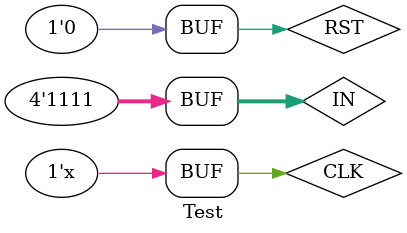
<source format=v>
`timescale 1ns / 1ps


module Test;

	// Inputs
	reg CLK;
	reg [3:0] IN;
	reg RST;

	// Outputs
	wire OUT_CLK;
	

	// Instantiate the Unit Under Test (UUT)
	Clock_Divider uut (		
		.RST(RST),
		.CLK(CLK), 
		.IN(IN), 
		.OUT_CLK(OUT_CLK)
	);

	initial begin
		// Initialize Inputs
		CLK = 0;
		IN = 4'b1111;
		RST=1;

		// Wait 100 ns for global reset to finish
		#100;
		RST=0;
        
		// Add stimulus here

	end
	always begin
	#20 CLK =~ CLK;
	end
	
      
endmodule


</source>
